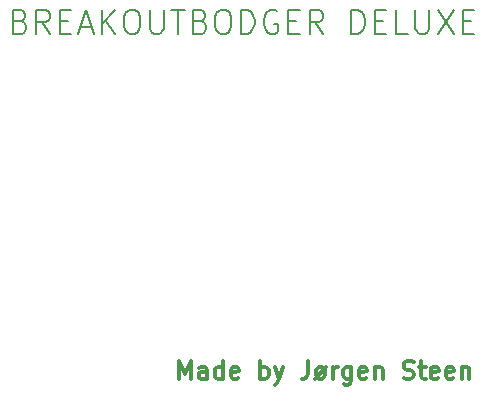
<source format=gbr>
%TF.GenerationSoftware,KiCad,Pcbnew,(5.1.7)-1*%
%TF.CreationDate,2020-10-17T19:17:15+02:00*%
%TF.ProjectId,Atmega_328_breakout,41746d65-6761-45f3-9332-385f62726561,rev?*%
%TF.SameCoordinates,Original*%
%TF.FileFunction,Legend,Bot*%
%TF.FilePolarity,Positive*%
%FSLAX46Y46*%
G04 Gerber Fmt 4.6, Leading zero omitted, Abs format (unit mm)*
G04 Created by KiCad (PCBNEW (5.1.7)-1) date 2020-10-17 19:17:15*
%MOMM*%
%LPD*%
G01*
G04 APERTURE LIST*
%ADD10C,0.200000*%
%ADD11C,0.300000*%
%ADD12C,3.000000*%
%ADD13R,3.000000X3.000000*%
%ADD14R,1.700000X1.700000*%
%ADD15O,1.700000X1.700000*%
%ADD16O,2.000000X1.300000*%
%ADD17R,2.000000X1.300000*%
%ADD18C,1.500000*%
%ADD19C,2.000000*%
%ADD20O,0.800000X0.800000*%
%ADD21O,1.800000X1.150000*%
%ADD22O,2.000000X1.450000*%
%ADD23R,3.500000X3.500000*%
%ADD24O,1.800000X1.800000*%
%ADD25R,1.800000X1.800000*%
%ADD26C,1.524000*%
%ADD27C,3.937000*%
%ADD28O,1.524000X2.540000*%
G04 APERTURE END LIST*
D10*
X62740476Y-76357142D02*
X63026190Y-76452380D01*
X63121428Y-76547619D01*
X63216666Y-76738095D01*
X63216666Y-77023809D01*
X63121428Y-77214285D01*
X63026190Y-77309523D01*
X62835714Y-77404761D01*
X62073809Y-77404761D01*
X62073809Y-75404761D01*
X62740476Y-75404761D01*
X62930952Y-75500000D01*
X63026190Y-75595238D01*
X63121428Y-75785714D01*
X63121428Y-75976190D01*
X63026190Y-76166666D01*
X62930952Y-76261904D01*
X62740476Y-76357142D01*
X62073809Y-76357142D01*
X65216666Y-77404761D02*
X64550000Y-76452380D01*
X64073809Y-77404761D02*
X64073809Y-75404761D01*
X64835714Y-75404761D01*
X65026190Y-75500000D01*
X65121428Y-75595238D01*
X65216666Y-75785714D01*
X65216666Y-76071428D01*
X65121428Y-76261904D01*
X65026190Y-76357142D01*
X64835714Y-76452380D01*
X64073809Y-76452380D01*
X66073809Y-76357142D02*
X66740476Y-76357142D01*
X67026190Y-77404761D02*
X66073809Y-77404761D01*
X66073809Y-75404761D01*
X67026190Y-75404761D01*
X67788095Y-76833333D02*
X68740476Y-76833333D01*
X67597619Y-77404761D02*
X68264285Y-75404761D01*
X68930952Y-77404761D01*
X69597619Y-77404761D02*
X69597619Y-75404761D01*
X70740476Y-77404761D02*
X69883333Y-76261904D01*
X70740476Y-75404761D02*
X69597619Y-76547619D01*
X71978571Y-75404761D02*
X72359523Y-75404761D01*
X72550000Y-75500000D01*
X72740476Y-75690476D01*
X72835714Y-76071428D01*
X72835714Y-76738095D01*
X72740476Y-77119047D01*
X72550000Y-77309523D01*
X72359523Y-77404761D01*
X71978571Y-77404761D01*
X71788095Y-77309523D01*
X71597619Y-77119047D01*
X71502380Y-76738095D01*
X71502380Y-76071428D01*
X71597619Y-75690476D01*
X71788095Y-75500000D01*
X71978571Y-75404761D01*
X73692857Y-75404761D02*
X73692857Y-77023809D01*
X73788095Y-77214285D01*
X73883333Y-77309523D01*
X74073809Y-77404761D01*
X74454761Y-77404761D01*
X74645238Y-77309523D01*
X74740476Y-77214285D01*
X74835714Y-77023809D01*
X74835714Y-75404761D01*
X75502380Y-75404761D02*
X76645238Y-75404761D01*
X76073809Y-77404761D02*
X76073809Y-75404761D01*
X77978571Y-76357142D02*
X78264285Y-76452380D01*
X78359523Y-76547619D01*
X78454761Y-76738095D01*
X78454761Y-77023809D01*
X78359523Y-77214285D01*
X78264285Y-77309523D01*
X78073809Y-77404761D01*
X77311904Y-77404761D01*
X77311904Y-75404761D01*
X77978571Y-75404761D01*
X78169047Y-75500000D01*
X78264285Y-75595238D01*
X78359523Y-75785714D01*
X78359523Y-75976190D01*
X78264285Y-76166666D01*
X78169047Y-76261904D01*
X77978571Y-76357142D01*
X77311904Y-76357142D01*
X79692857Y-75404761D02*
X80073809Y-75404761D01*
X80264285Y-75500000D01*
X80454761Y-75690476D01*
X80550000Y-76071428D01*
X80550000Y-76738095D01*
X80454761Y-77119047D01*
X80264285Y-77309523D01*
X80073809Y-77404761D01*
X79692857Y-77404761D01*
X79502380Y-77309523D01*
X79311904Y-77119047D01*
X79216666Y-76738095D01*
X79216666Y-76071428D01*
X79311904Y-75690476D01*
X79502380Y-75500000D01*
X79692857Y-75404761D01*
X81407142Y-77404761D02*
X81407142Y-75404761D01*
X81883333Y-75404761D01*
X82169047Y-75500000D01*
X82359523Y-75690476D01*
X82454761Y-75880952D01*
X82550000Y-76261904D01*
X82550000Y-76547619D01*
X82454761Y-76928571D01*
X82359523Y-77119047D01*
X82169047Y-77309523D01*
X81883333Y-77404761D01*
X81407142Y-77404761D01*
X84454761Y-75500000D02*
X84264285Y-75404761D01*
X83978571Y-75404761D01*
X83692857Y-75500000D01*
X83502380Y-75690476D01*
X83407142Y-75880952D01*
X83311904Y-76261904D01*
X83311904Y-76547619D01*
X83407142Y-76928571D01*
X83502380Y-77119047D01*
X83692857Y-77309523D01*
X83978571Y-77404761D01*
X84169047Y-77404761D01*
X84454761Y-77309523D01*
X84550000Y-77214285D01*
X84550000Y-76547619D01*
X84169047Y-76547619D01*
X85407142Y-76357142D02*
X86073809Y-76357142D01*
X86359523Y-77404761D02*
X85407142Y-77404761D01*
X85407142Y-75404761D01*
X86359523Y-75404761D01*
X88359523Y-77404761D02*
X87692857Y-76452380D01*
X87216666Y-77404761D02*
X87216666Y-75404761D01*
X87978571Y-75404761D01*
X88169047Y-75500000D01*
X88264285Y-75595238D01*
X88359523Y-75785714D01*
X88359523Y-76071428D01*
X88264285Y-76261904D01*
X88169047Y-76357142D01*
X87978571Y-76452380D01*
X87216666Y-76452380D01*
X90740476Y-77404761D02*
X90740476Y-75404761D01*
X91216666Y-75404761D01*
X91502380Y-75500000D01*
X91692857Y-75690476D01*
X91788095Y-75880952D01*
X91883333Y-76261904D01*
X91883333Y-76547619D01*
X91788095Y-76928571D01*
X91692857Y-77119047D01*
X91502380Y-77309523D01*
X91216666Y-77404761D01*
X90740476Y-77404761D01*
X92740476Y-76357142D02*
X93407142Y-76357142D01*
X93692857Y-77404761D02*
X92740476Y-77404761D01*
X92740476Y-75404761D01*
X93692857Y-75404761D01*
X95502380Y-77404761D02*
X94550000Y-77404761D01*
X94550000Y-75404761D01*
X96169047Y-75404761D02*
X96169047Y-77023809D01*
X96264285Y-77214285D01*
X96359523Y-77309523D01*
X96550000Y-77404761D01*
X96930952Y-77404761D01*
X97121428Y-77309523D01*
X97216666Y-77214285D01*
X97311904Y-77023809D01*
X97311904Y-75404761D01*
X98073809Y-75404761D02*
X99407142Y-77404761D01*
X99407142Y-75404761D02*
X98073809Y-77404761D01*
X100169047Y-76357142D02*
X100835714Y-76357142D01*
X101121428Y-77404761D02*
X100169047Y-77404761D01*
X100169047Y-75404761D01*
X101121428Y-75404761D01*
D11*
X76164285Y-106628571D02*
X76164285Y-105128571D01*
X76664285Y-106200000D01*
X77164285Y-105128571D01*
X77164285Y-106628571D01*
X78521428Y-106628571D02*
X78521428Y-105842857D01*
X78450000Y-105700000D01*
X78307142Y-105628571D01*
X78021428Y-105628571D01*
X77878571Y-105700000D01*
X78521428Y-106557142D02*
X78378571Y-106628571D01*
X78021428Y-106628571D01*
X77878571Y-106557142D01*
X77807142Y-106414285D01*
X77807142Y-106271428D01*
X77878571Y-106128571D01*
X78021428Y-106057142D01*
X78378571Y-106057142D01*
X78521428Y-105985714D01*
X79878571Y-106628571D02*
X79878571Y-105128571D01*
X79878571Y-106557142D02*
X79735714Y-106628571D01*
X79450000Y-106628571D01*
X79307142Y-106557142D01*
X79235714Y-106485714D01*
X79164285Y-106342857D01*
X79164285Y-105914285D01*
X79235714Y-105771428D01*
X79307142Y-105700000D01*
X79450000Y-105628571D01*
X79735714Y-105628571D01*
X79878571Y-105700000D01*
X81164285Y-106557142D02*
X81021428Y-106628571D01*
X80735714Y-106628571D01*
X80592857Y-106557142D01*
X80521428Y-106414285D01*
X80521428Y-105842857D01*
X80592857Y-105700000D01*
X80735714Y-105628571D01*
X81021428Y-105628571D01*
X81164285Y-105700000D01*
X81235714Y-105842857D01*
X81235714Y-105985714D01*
X80521428Y-106128571D01*
X83021428Y-106628571D02*
X83021428Y-105128571D01*
X83021428Y-105700000D02*
X83164285Y-105628571D01*
X83450000Y-105628571D01*
X83592857Y-105700000D01*
X83664285Y-105771428D01*
X83735714Y-105914285D01*
X83735714Y-106342857D01*
X83664285Y-106485714D01*
X83592857Y-106557142D01*
X83450000Y-106628571D01*
X83164285Y-106628571D01*
X83021428Y-106557142D01*
X84235714Y-105628571D02*
X84592857Y-106628571D01*
X84950000Y-105628571D02*
X84592857Y-106628571D01*
X84450000Y-106985714D01*
X84378571Y-107057142D01*
X84235714Y-107128571D01*
X87092857Y-105128571D02*
X87092857Y-106200000D01*
X87021428Y-106414285D01*
X86878571Y-106557142D01*
X86664285Y-106628571D01*
X86521428Y-106628571D01*
X88592857Y-105628571D02*
X87664285Y-106628571D01*
X88021428Y-106628571D02*
X87878571Y-106557142D01*
X87807142Y-106485714D01*
X87735714Y-106342857D01*
X87735714Y-105914285D01*
X87807142Y-105771428D01*
X87878571Y-105700000D01*
X88021428Y-105628571D01*
X88235714Y-105628571D01*
X88378571Y-105700000D01*
X88450000Y-105771428D01*
X88521428Y-105914285D01*
X88521428Y-106342857D01*
X88450000Y-106485714D01*
X88378571Y-106557142D01*
X88235714Y-106628571D01*
X88021428Y-106628571D01*
X89164285Y-106628571D02*
X89164285Y-105628571D01*
X89164285Y-105914285D02*
X89235714Y-105771428D01*
X89307142Y-105700000D01*
X89450000Y-105628571D01*
X89592857Y-105628571D01*
X90735714Y-105628571D02*
X90735714Y-106842857D01*
X90664285Y-106985714D01*
X90592857Y-107057142D01*
X90450000Y-107128571D01*
X90235714Y-107128571D01*
X90092857Y-107057142D01*
X90735714Y-106557142D02*
X90592857Y-106628571D01*
X90307142Y-106628571D01*
X90164285Y-106557142D01*
X90092857Y-106485714D01*
X90021428Y-106342857D01*
X90021428Y-105914285D01*
X90092857Y-105771428D01*
X90164285Y-105700000D01*
X90307142Y-105628571D01*
X90592857Y-105628571D01*
X90735714Y-105700000D01*
X92021428Y-106557142D02*
X91878571Y-106628571D01*
X91592857Y-106628571D01*
X91449999Y-106557142D01*
X91378571Y-106414285D01*
X91378571Y-105842857D01*
X91449999Y-105700000D01*
X91592857Y-105628571D01*
X91878571Y-105628571D01*
X92021428Y-105700000D01*
X92092857Y-105842857D01*
X92092857Y-105985714D01*
X91378571Y-106128571D01*
X92735714Y-105628571D02*
X92735714Y-106628571D01*
X92735714Y-105771428D02*
X92807142Y-105700000D01*
X92950000Y-105628571D01*
X93164285Y-105628571D01*
X93307142Y-105700000D01*
X93378571Y-105842857D01*
X93378571Y-106628571D01*
X95164285Y-106557142D02*
X95378571Y-106628571D01*
X95735714Y-106628571D01*
X95878571Y-106557142D01*
X95949999Y-106485714D01*
X96021428Y-106342857D01*
X96021428Y-106200000D01*
X95949999Y-106057142D01*
X95878571Y-105985714D01*
X95735714Y-105914285D01*
X95449999Y-105842857D01*
X95307142Y-105771428D01*
X95235714Y-105700000D01*
X95164285Y-105557142D01*
X95164285Y-105414285D01*
X95235714Y-105271428D01*
X95307142Y-105200000D01*
X95449999Y-105128571D01*
X95807142Y-105128571D01*
X96021428Y-105200000D01*
X96449999Y-105628571D02*
X97021428Y-105628571D01*
X96664285Y-105128571D02*
X96664285Y-106414285D01*
X96735714Y-106557142D01*
X96878571Y-106628571D01*
X97021428Y-106628571D01*
X98092857Y-106557142D02*
X97950000Y-106628571D01*
X97664285Y-106628571D01*
X97521428Y-106557142D01*
X97450000Y-106414285D01*
X97450000Y-105842857D01*
X97521428Y-105700000D01*
X97664285Y-105628571D01*
X97950000Y-105628571D01*
X98092857Y-105700000D01*
X98164285Y-105842857D01*
X98164285Y-105985714D01*
X97450000Y-106128571D01*
X99378571Y-106557142D02*
X99235714Y-106628571D01*
X98950000Y-106628571D01*
X98807142Y-106557142D01*
X98735714Y-106414285D01*
X98735714Y-105842857D01*
X98807142Y-105700000D01*
X98950000Y-105628571D01*
X99235714Y-105628571D01*
X99378571Y-105700000D01*
X99450000Y-105842857D01*
X99450000Y-105985714D01*
X98735714Y-106128571D01*
X100092857Y-105628571D02*
X100092857Y-106628571D01*
X100092857Y-105771428D02*
X100164285Y-105700000D01*
X100307142Y-105628571D01*
X100521428Y-105628571D01*
X100664285Y-105700000D01*
X100735714Y-105842857D01*
X100735714Y-106628571D01*
%LPC*%
D12*
%TO.C,J27*%
X118745000Y-68961000D03*
X118745000Y-74041000D03*
X118745000Y-79121000D03*
X118745000Y-84201000D03*
X118745000Y-89281000D03*
X118745000Y-94361000D03*
D13*
X118745000Y-109601000D03*
D12*
X118745000Y-99441000D03*
X118745000Y-104521000D03*
%TD*%
D14*
%TO.C,J23*%
X90600000Y-65000000D03*
%TD*%
D15*
%TO.C,J10*%
X112750000Y-108650000D03*
X110210000Y-108650000D03*
X112750000Y-106110000D03*
X110210000Y-106110000D03*
X112750000Y-103570000D03*
D14*
X110210000Y-103570000D03*
%TD*%
D16*
%TO.C,U2*%
X71400000Y-103550000D03*
D17*
X71400000Y-101150000D03*
D16*
X71400000Y-98750000D03*
%TD*%
D18*
%TO.C,Y1*%
X84000000Y-79100000D03*
X88880000Y-79100000D03*
%TD*%
D19*
%TO.C,SW2*%
X120600000Y-57600000D03*
X120600000Y-62100000D03*
X114100000Y-57600000D03*
X114100000Y-62100000D03*
%TD*%
%TO.C,SW1*%
X56600000Y-113600000D03*
X56600000Y-109100000D03*
X63100000Y-113600000D03*
X63100000Y-109100000D03*
%TD*%
D20*
%TO.C,J28*%
X54400000Y-82800000D03*
X54400000Y-77800000D03*
D21*
X51650000Y-84175000D03*
X51650000Y-76425000D03*
D22*
X55450000Y-84025000D03*
X55450000Y-76575000D03*
%TD*%
D15*
%TO.C,J26*%
X61340000Y-72040000D03*
X61340000Y-69500000D03*
X63880000Y-72040000D03*
X63880000Y-69500000D03*
X66420000Y-72040000D03*
X66420000Y-69500000D03*
X68960000Y-72040000D03*
X68960000Y-69500000D03*
X71500000Y-72040000D03*
D14*
X71500000Y-69500000D03*
%TD*%
D15*
%TO.C,J25*%
X112900000Y-74980000D03*
X112900000Y-72440000D03*
D14*
X112900000Y-69900000D03*
%TD*%
D15*
%TO.C,J24*%
X88020000Y-68900000D03*
X90560000Y-68900000D03*
D14*
X93100000Y-68900000D03*
%TD*%
D15*
%TO.C,J22*%
X101981000Y-57277000D03*
X99441000Y-57277000D03*
X96901000Y-57277000D03*
X94361000Y-57277000D03*
X91821000Y-57277000D03*
X89281000Y-57277000D03*
X86741000Y-57277000D03*
D14*
X84201000Y-57277000D03*
%TD*%
D15*
%TO.C,J21*%
X81661000Y-57277000D03*
X79121000Y-57277000D03*
X76581000Y-57277000D03*
X74041000Y-57277000D03*
X71501000Y-57277000D03*
X68961000Y-57277000D03*
X66421000Y-57277000D03*
D14*
X63881000Y-57277000D03*
%TD*%
D15*
%TO.C,J20*%
X107030000Y-113150000D03*
X104490000Y-113150000D03*
X101950000Y-113150000D03*
X99410000Y-113150000D03*
X96870000Y-113150000D03*
X94330000Y-113150000D03*
X91790000Y-113150000D03*
D14*
X89250000Y-113150000D03*
%TD*%
D15*
%TO.C,J19*%
X74041000Y-113157000D03*
X76581000Y-113157000D03*
X79121000Y-113157000D03*
X81661000Y-113157000D03*
X84201000Y-113157000D03*
D14*
X86741000Y-113157000D03*
%TD*%
%TO.C,J1*%
G36*
G01*
X58194000Y-105777000D02*
X58194000Y-104027000D01*
G75*
G02*
X59069000Y-103152000I875000J0D01*
G01*
X60819000Y-103152000D01*
G75*
G02*
X61694000Y-104027000I0J-875000D01*
G01*
X61694000Y-105777000D01*
G75*
G02*
X60819000Y-106652000I-875000J0D01*
G01*
X59069000Y-106652000D01*
G75*
G02*
X58194000Y-105777000I0J875000D01*
G01*
G37*
G36*
G01*
X55444000Y-101202000D02*
X55444000Y-99202000D01*
G75*
G02*
X56194000Y-98452000I750000J0D01*
G01*
X57694000Y-98452000D01*
G75*
G02*
X58444000Y-99202000I0J-750000D01*
G01*
X58444000Y-101202000D01*
G75*
G02*
X57694000Y-101952000I-750000J0D01*
G01*
X56194000Y-101952000D01*
G75*
G02*
X55444000Y-101202000I0J750000D01*
G01*
G37*
D23*
X62944000Y-100202000D03*
%TD*%
D15*
%TO.C,ISP1*%
X52510000Y-66970000D03*
X55050000Y-66970000D03*
X52510000Y-69510000D03*
X55050000Y-69510000D03*
X52510000Y-72050000D03*
D14*
X55050000Y-72050000D03*
%TD*%
D24*
%TO.C,D1*%
X57000000Y-90600000D03*
D25*
X57000000Y-88060000D03*
%TD*%
D26*
%TO.C,F1*%
X69600000Y-111864000D03*
X69600000Y-107800000D03*
%TD*%
D14*
%TO.C,J2*%
X112247158Y-96311198D03*
X109707158Y-96311198D03*
%TD*%
%TO.C,J3*%
X101869158Y-96343198D03*
X99329158Y-96343198D03*
%TD*%
%TO.C,J4*%
X112247158Y-91231198D03*
X109707158Y-91231198D03*
%TD*%
%TO.C,J5*%
X112247158Y-93771198D03*
X109707158Y-93771198D03*
%TD*%
%TO.C,J6*%
X101869158Y-93803198D03*
X99329158Y-93803198D03*
%TD*%
%TO.C,J7*%
X101869158Y-91263198D03*
X99329158Y-91263198D03*
%TD*%
%TO.C,J8*%
X101869158Y-88723198D03*
X99329158Y-88723198D03*
%TD*%
%TO.C,J9*%
X101869158Y-86183198D03*
X99329158Y-86183198D03*
%TD*%
%TO.C,J11*%
X101869158Y-83643198D03*
X99329158Y-83643198D03*
%TD*%
%TO.C,J12*%
X101869158Y-81103198D03*
X99329158Y-81103198D03*
%TD*%
%TO.C,J13*%
X112247158Y-81071198D03*
X109707158Y-81071198D03*
%TD*%
%TO.C,J14*%
X112247158Y-98851198D03*
X109707158Y-98851198D03*
%TD*%
%TO.C,J15*%
X101869158Y-98883198D03*
X99329158Y-98883198D03*
%TD*%
%TO.C,J16*%
X112247158Y-83611198D03*
X109707158Y-83611198D03*
%TD*%
%TO.C,J17*%
X112247158Y-86151198D03*
X109707158Y-86151198D03*
%TD*%
%TO.C,J18*%
X112247158Y-88691198D03*
X109707158Y-88691198D03*
%TD*%
D27*
%TO.C,SHIELD1*%
X53194000Y-109604000D03*
X54464000Y-61344000D03*
X105264000Y-76584000D03*
X105264000Y-104524000D03*
D28*
X77324000Y-109604000D03*
X63100000Y-61344000D03*
X65640000Y-61344000D03*
X68180000Y-61344000D03*
X70720000Y-61344000D03*
X73260000Y-61344000D03*
X75800000Y-61344000D03*
X78340000Y-61344000D03*
X80880000Y-61344000D03*
X84944000Y-61344000D03*
X87484000Y-61344000D03*
X90024000Y-61344000D03*
X92564000Y-61344000D03*
X95104000Y-61344000D03*
X97644000Y-61344000D03*
X100184000Y-61344000D03*
X102724000Y-61344000D03*
X72244000Y-109604000D03*
X74784000Y-109604000D03*
X79864000Y-109604000D03*
X82404000Y-109604000D03*
X84944000Y-109604000D03*
X95104000Y-109604000D03*
X92564000Y-109604000D03*
X90024000Y-109604000D03*
X97644000Y-109604000D03*
X100184000Y-109604000D03*
X102724000Y-109604000D03*
%TD*%
M02*

</source>
